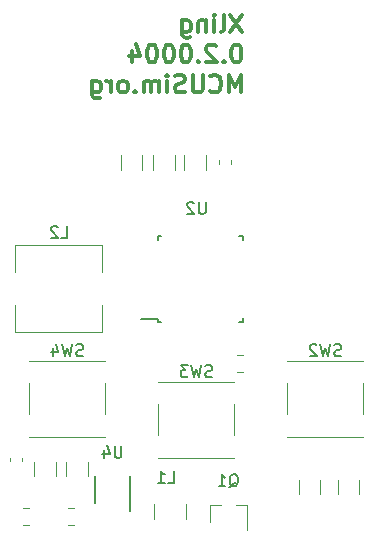
<source format=gbo>
G04 #@! TF.GenerationSoftware,KiCad,Pcbnew,5.0.1*
G04 #@! TF.CreationDate,2018-11-04T22:36:33+01:00*
G04 #@! TF.ProjectId,xling,786C696E672E6B696361645F70636200,0.2.0004*
G04 #@! TF.SameCoordinates,Original*
G04 #@! TF.FileFunction,Legend,Bot*
G04 #@! TF.FilePolarity,Positive*
%FSLAX46Y46*%
G04 Gerber Fmt 4.6, Leading zero omitted, Abs format (unit mm)*
G04 Created by KiCad (PCBNEW 5.0.1) date Sun Nov  4 22:36:33 2018*
%MOMM*%
%LPD*%
G01*
G04 APERTURE LIST*
%ADD10C,0.300000*%
%ADD11C,0.120000*%
%ADD12C,0.150000*%
G04 APERTURE END LIST*
D10*
X143590714Y-79228571D02*
X142590714Y-80728571D01*
X142590714Y-79228571D02*
X143590714Y-80728571D01*
X141805000Y-80728571D02*
X141947857Y-80657142D01*
X142019285Y-80514285D01*
X142019285Y-79228571D01*
X141233571Y-80728571D02*
X141233571Y-79728571D01*
X141233571Y-79228571D02*
X141305000Y-79300000D01*
X141233571Y-79371428D01*
X141162142Y-79300000D01*
X141233571Y-79228571D01*
X141233571Y-79371428D01*
X140519285Y-79728571D02*
X140519285Y-80728571D01*
X140519285Y-79871428D02*
X140447857Y-79800000D01*
X140305000Y-79728571D01*
X140090714Y-79728571D01*
X139947857Y-79800000D01*
X139876428Y-79942857D01*
X139876428Y-80728571D01*
X138519285Y-79728571D02*
X138519285Y-80942857D01*
X138590714Y-81085714D01*
X138662142Y-81157142D01*
X138805000Y-81228571D01*
X139019285Y-81228571D01*
X139162142Y-81157142D01*
X138519285Y-80657142D02*
X138662142Y-80728571D01*
X138947857Y-80728571D01*
X139090714Y-80657142D01*
X139162142Y-80585714D01*
X139233571Y-80442857D01*
X139233571Y-80014285D01*
X139162142Y-79871428D01*
X139090714Y-79800000D01*
X138947857Y-79728571D01*
X138662142Y-79728571D01*
X138519285Y-79800000D01*
X143162142Y-81778571D02*
X143019285Y-81778571D01*
X142876428Y-81850000D01*
X142805000Y-81921428D01*
X142733571Y-82064285D01*
X142662142Y-82350000D01*
X142662142Y-82707142D01*
X142733571Y-82992857D01*
X142805000Y-83135714D01*
X142876428Y-83207142D01*
X143019285Y-83278571D01*
X143162142Y-83278571D01*
X143305000Y-83207142D01*
X143376428Y-83135714D01*
X143447857Y-82992857D01*
X143519285Y-82707142D01*
X143519285Y-82350000D01*
X143447857Y-82064285D01*
X143376428Y-81921428D01*
X143305000Y-81850000D01*
X143162142Y-81778571D01*
X142019285Y-83135714D02*
X141947857Y-83207142D01*
X142019285Y-83278571D01*
X142090714Y-83207142D01*
X142019285Y-83135714D01*
X142019285Y-83278571D01*
X141376428Y-81921428D02*
X141305000Y-81850000D01*
X141162142Y-81778571D01*
X140805000Y-81778571D01*
X140662142Y-81850000D01*
X140590714Y-81921428D01*
X140519285Y-82064285D01*
X140519285Y-82207142D01*
X140590714Y-82421428D01*
X141447857Y-83278571D01*
X140519285Y-83278571D01*
X139876428Y-83135714D02*
X139805000Y-83207142D01*
X139876428Y-83278571D01*
X139947857Y-83207142D01*
X139876428Y-83135714D01*
X139876428Y-83278571D01*
X138876428Y-81778571D02*
X138733571Y-81778571D01*
X138590714Y-81850000D01*
X138519285Y-81921428D01*
X138447857Y-82064285D01*
X138376428Y-82350000D01*
X138376428Y-82707142D01*
X138447857Y-82992857D01*
X138519285Y-83135714D01*
X138590714Y-83207142D01*
X138733571Y-83278571D01*
X138876428Y-83278571D01*
X139019285Y-83207142D01*
X139090714Y-83135714D01*
X139162142Y-82992857D01*
X139233571Y-82707142D01*
X139233571Y-82350000D01*
X139162142Y-82064285D01*
X139090714Y-81921428D01*
X139019285Y-81850000D01*
X138876428Y-81778571D01*
X137447857Y-81778571D02*
X137305000Y-81778571D01*
X137162142Y-81850000D01*
X137090714Y-81921428D01*
X137019285Y-82064285D01*
X136947857Y-82350000D01*
X136947857Y-82707142D01*
X137019285Y-82992857D01*
X137090714Y-83135714D01*
X137162142Y-83207142D01*
X137305000Y-83278571D01*
X137447857Y-83278571D01*
X137590714Y-83207142D01*
X137662142Y-83135714D01*
X137733571Y-82992857D01*
X137805000Y-82707142D01*
X137805000Y-82350000D01*
X137733571Y-82064285D01*
X137662142Y-81921428D01*
X137590714Y-81850000D01*
X137447857Y-81778571D01*
X136019285Y-81778571D02*
X135876428Y-81778571D01*
X135733571Y-81850000D01*
X135662142Y-81921428D01*
X135590714Y-82064285D01*
X135519285Y-82350000D01*
X135519285Y-82707142D01*
X135590714Y-82992857D01*
X135662142Y-83135714D01*
X135733571Y-83207142D01*
X135876428Y-83278571D01*
X136019285Y-83278571D01*
X136162142Y-83207142D01*
X136233571Y-83135714D01*
X136305000Y-82992857D01*
X136376428Y-82707142D01*
X136376428Y-82350000D01*
X136305000Y-82064285D01*
X136233571Y-81921428D01*
X136162142Y-81850000D01*
X136019285Y-81778571D01*
X134233571Y-82278571D02*
X134233571Y-83278571D01*
X134590714Y-81707142D02*
X134947857Y-82778571D01*
X134019285Y-82778571D01*
X143447857Y-85828571D02*
X143447857Y-84328571D01*
X142947857Y-85400000D01*
X142447857Y-84328571D01*
X142447857Y-85828571D01*
X140876428Y-85685714D02*
X140947857Y-85757142D01*
X141162142Y-85828571D01*
X141305000Y-85828571D01*
X141519285Y-85757142D01*
X141662142Y-85614285D01*
X141733571Y-85471428D01*
X141805000Y-85185714D01*
X141805000Y-84971428D01*
X141733571Y-84685714D01*
X141662142Y-84542857D01*
X141519285Y-84400000D01*
X141305000Y-84328571D01*
X141162142Y-84328571D01*
X140947857Y-84400000D01*
X140876428Y-84471428D01*
X140233571Y-84328571D02*
X140233571Y-85542857D01*
X140162142Y-85685714D01*
X140090714Y-85757142D01*
X139947857Y-85828571D01*
X139662142Y-85828571D01*
X139519285Y-85757142D01*
X139447857Y-85685714D01*
X139376428Y-85542857D01*
X139376428Y-84328571D01*
X138733571Y-85757142D02*
X138519285Y-85828571D01*
X138162142Y-85828571D01*
X138019285Y-85757142D01*
X137947857Y-85685714D01*
X137876428Y-85542857D01*
X137876428Y-85400000D01*
X137947857Y-85257142D01*
X138019285Y-85185714D01*
X138162142Y-85114285D01*
X138447857Y-85042857D01*
X138590714Y-84971428D01*
X138662142Y-84900000D01*
X138733571Y-84757142D01*
X138733571Y-84614285D01*
X138662142Y-84471428D01*
X138590714Y-84400000D01*
X138447857Y-84328571D01*
X138090714Y-84328571D01*
X137876428Y-84400000D01*
X137233571Y-85828571D02*
X137233571Y-84828571D01*
X137233571Y-84328571D02*
X137305000Y-84400000D01*
X137233571Y-84471428D01*
X137162142Y-84400000D01*
X137233571Y-84328571D01*
X137233571Y-84471428D01*
X136519285Y-85828571D02*
X136519285Y-84828571D01*
X136519285Y-84971428D02*
X136447857Y-84900000D01*
X136305000Y-84828571D01*
X136090714Y-84828571D01*
X135947857Y-84900000D01*
X135876428Y-85042857D01*
X135876428Y-85828571D01*
X135876428Y-85042857D02*
X135805000Y-84900000D01*
X135662142Y-84828571D01*
X135447857Y-84828571D01*
X135305000Y-84900000D01*
X135233571Y-85042857D01*
X135233571Y-85828571D01*
X134519285Y-85685714D02*
X134447857Y-85757142D01*
X134519285Y-85828571D01*
X134590714Y-85757142D01*
X134519285Y-85685714D01*
X134519285Y-85828571D01*
X133590714Y-85828571D02*
X133733571Y-85757142D01*
X133805000Y-85685714D01*
X133876428Y-85542857D01*
X133876428Y-85114285D01*
X133805000Y-84971428D01*
X133733571Y-84900000D01*
X133590714Y-84828571D01*
X133376428Y-84828571D01*
X133233571Y-84900000D01*
X133162142Y-84971428D01*
X133090714Y-85114285D01*
X133090714Y-85542857D01*
X133162142Y-85685714D01*
X133233571Y-85757142D01*
X133376428Y-85828571D01*
X133590714Y-85828571D01*
X132447857Y-85828571D02*
X132447857Y-84828571D01*
X132447857Y-85114285D02*
X132376428Y-84971428D01*
X132305000Y-84900000D01*
X132162142Y-84828571D01*
X132019285Y-84828571D01*
X130876428Y-84828571D02*
X130876428Y-86042857D01*
X130947857Y-86185714D01*
X131019285Y-86257142D01*
X131162142Y-86328571D01*
X131376428Y-86328571D01*
X131519285Y-86257142D01*
X130876428Y-85757142D02*
X131019285Y-85828571D01*
X131305000Y-85828571D01*
X131447857Y-85757142D01*
X131519285Y-85685714D01*
X131590714Y-85542857D01*
X131590714Y-85114285D01*
X131519285Y-84971428D01*
X131447857Y-84900000D01*
X131305000Y-84828571D01*
X131019285Y-84828571D01*
X130876428Y-84900000D01*
D11*
G04 #@! TO.C,SW4*
X132008000Y-114990000D02*
X132008000Y-114960000D01*
X132008000Y-108530000D02*
X132008000Y-108560000D01*
X125548000Y-108530000D02*
X125548000Y-108560000D01*
X125548000Y-114960000D02*
X125548000Y-114990000D01*
X132008000Y-113060000D02*
X132008000Y-110460000D01*
X125548000Y-114990000D02*
X132008000Y-114990000D01*
X125548000Y-113060000D02*
X125548000Y-110460000D01*
X125548000Y-108530000D02*
X132008000Y-108530000D01*
G04 #@! TO.C,SW3*
X142930000Y-116768000D02*
X142930000Y-116738000D01*
X142930000Y-110308000D02*
X142930000Y-110338000D01*
X136470000Y-110308000D02*
X136470000Y-110338000D01*
X136470000Y-116738000D02*
X136470000Y-116768000D01*
X142930000Y-114838000D02*
X142930000Y-112238000D01*
X136470000Y-116768000D02*
X142930000Y-116768000D01*
X136470000Y-114838000D02*
X136470000Y-112238000D01*
X136470000Y-110308000D02*
X142930000Y-110308000D01*
G04 #@! TO.C,SW2*
X153852000Y-114990000D02*
X153852000Y-114960000D01*
X153852000Y-108530000D02*
X153852000Y-108560000D01*
X147392000Y-108530000D02*
X147392000Y-108560000D01*
X147392000Y-114960000D02*
X147392000Y-114990000D01*
X153852000Y-113060000D02*
X153852000Y-110460000D01*
X147392000Y-114990000D02*
X153852000Y-114990000D01*
X147392000Y-113060000D02*
X147392000Y-110460000D01*
X147392000Y-108530000D02*
X153852000Y-108530000D01*
G04 #@! TO.C,L2*
X124350000Y-103850000D02*
X124350000Y-106150000D01*
X124350000Y-106150000D02*
X131750000Y-106150000D01*
X131750000Y-106150000D02*
X131750000Y-103850000D01*
X131750000Y-101050000D02*
X131750000Y-98750000D01*
X131750000Y-98750000D02*
X124350000Y-98750000D01*
X124350000Y-98750000D02*
X124350000Y-101050000D01*
G04 #@! TO.C,C1*
X129358578Y-122410000D02*
X128841422Y-122410000D01*
X129358578Y-120990000D02*
X128841422Y-120990000D01*
G04 #@! TO.C,C2*
X135110000Y-92352064D02*
X135110000Y-91147936D01*
X133290000Y-92352064D02*
X133290000Y-91147936D01*
G04 #@! TO.C,C5*
X130510000Y-117097936D02*
X130510000Y-118302064D01*
X128690000Y-117097936D02*
X128690000Y-118302064D01*
G04 #@! TO.C,C6*
X150210000Y-119802064D02*
X150210000Y-118597936D01*
X148390000Y-119802064D02*
X148390000Y-118597936D01*
G04 #@! TO.C,C11*
X142610000Y-91587221D02*
X142610000Y-91912779D01*
X141590000Y-91587221D02*
X141590000Y-91912779D01*
G04 #@! TO.C,L1*
X138860000Y-120697936D02*
X138860000Y-121902064D01*
X136140000Y-120697936D02*
X136140000Y-121902064D01*
G04 #@! TO.C,Q1*
X140820000Y-120740000D02*
X140820000Y-122200000D01*
X143980000Y-120740000D02*
X143980000Y-122900000D01*
X143980000Y-120740000D02*
X143050000Y-120740000D01*
X140820000Y-120740000D02*
X141750000Y-120740000D01*
G04 #@! TO.C,R1*
X136048000Y-92352064D02*
X136048000Y-91147936D01*
X137868000Y-92352064D02*
X137868000Y-91147936D01*
G04 #@! TO.C,R2*
X138690000Y-92352064D02*
X138690000Y-91147936D01*
X140510000Y-92352064D02*
X140510000Y-91147936D01*
G04 #@! TO.C,R4*
X151690000Y-119802064D02*
X151690000Y-118597936D01*
X153510000Y-119802064D02*
X153510000Y-118597936D01*
G04 #@! TO.C,R6*
X125990000Y-117097936D02*
X125990000Y-118302064D01*
X127810000Y-117097936D02*
X127810000Y-118302064D01*
G04 #@! TO.C,R7*
X123890000Y-117062779D02*
X123890000Y-116737221D01*
X124910000Y-117062779D02*
X124910000Y-116737221D01*
G04 #@! TO.C,R11*
X143141422Y-108090000D02*
X143658578Y-108090000D01*
X143141422Y-109510000D02*
X143658578Y-109510000D01*
G04 #@! TO.C,R20*
X125558578Y-122410000D02*
X125041422Y-122410000D01*
X125558578Y-120990000D02*
X125041422Y-120990000D01*
D12*
G04 #@! TO.C,U2*
X136425000Y-105000000D02*
X135000000Y-105000000D01*
X143675000Y-105225000D02*
X143350000Y-105225000D01*
X143675000Y-97975000D02*
X143350000Y-97975000D01*
X136425000Y-97975000D02*
X136750000Y-97975000D01*
X136425000Y-105225000D02*
X136750000Y-105225000D01*
X136425000Y-97975000D02*
X136425000Y-98300000D01*
X143675000Y-97975000D02*
X143675000Y-98300000D01*
X143675000Y-105225000D02*
X143675000Y-104900000D01*
X136425000Y-105225000D02*
X136425000Y-105000000D01*
G04 #@! TO.C,U4*
X131088000Y-118280000D02*
X131088000Y-120580000D01*
X134088000Y-121280000D02*
X134088000Y-118280000D01*
G04 #@! TO.C,SW4*
X130111333Y-108100761D02*
X129968476Y-108148380D01*
X129730380Y-108148380D01*
X129635142Y-108100761D01*
X129587523Y-108053142D01*
X129539904Y-107957904D01*
X129539904Y-107862666D01*
X129587523Y-107767428D01*
X129635142Y-107719809D01*
X129730380Y-107672190D01*
X129920857Y-107624571D01*
X130016095Y-107576952D01*
X130063714Y-107529333D01*
X130111333Y-107434095D01*
X130111333Y-107338857D01*
X130063714Y-107243619D01*
X130016095Y-107196000D01*
X129920857Y-107148380D01*
X129682761Y-107148380D01*
X129539904Y-107196000D01*
X129206571Y-107148380D02*
X128968476Y-108148380D01*
X128778000Y-107434095D01*
X128587523Y-108148380D01*
X128349428Y-107148380D01*
X127539904Y-107481714D02*
X127539904Y-108148380D01*
X127778000Y-107100761D02*
X128016095Y-107815047D01*
X127397047Y-107815047D01*
G04 #@! TO.C,SW3*
X141033333Y-109878761D02*
X140890476Y-109926380D01*
X140652380Y-109926380D01*
X140557142Y-109878761D01*
X140509523Y-109831142D01*
X140461904Y-109735904D01*
X140461904Y-109640666D01*
X140509523Y-109545428D01*
X140557142Y-109497809D01*
X140652380Y-109450190D01*
X140842857Y-109402571D01*
X140938095Y-109354952D01*
X140985714Y-109307333D01*
X141033333Y-109212095D01*
X141033333Y-109116857D01*
X140985714Y-109021619D01*
X140938095Y-108974000D01*
X140842857Y-108926380D01*
X140604761Y-108926380D01*
X140461904Y-108974000D01*
X140128571Y-108926380D02*
X139890476Y-109926380D01*
X139700000Y-109212095D01*
X139509523Y-109926380D01*
X139271428Y-108926380D01*
X138985714Y-108926380D02*
X138366666Y-108926380D01*
X138700000Y-109307333D01*
X138557142Y-109307333D01*
X138461904Y-109354952D01*
X138414285Y-109402571D01*
X138366666Y-109497809D01*
X138366666Y-109735904D01*
X138414285Y-109831142D01*
X138461904Y-109878761D01*
X138557142Y-109926380D01*
X138842857Y-109926380D01*
X138938095Y-109878761D01*
X138985714Y-109831142D01*
G04 #@! TO.C,SW2*
X151955333Y-108100761D02*
X151812476Y-108148380D01*
X151574380Y-108148380D01*
X151479142Y-108100761D01*
X151431523Y-108053142D01*
X151383904Y-107957904D01*
X151383904Y-107862666D01*
X151431523Y-107767428D01*
X151479142Y-107719809D01*
X151574380Y-107672190D01*
X151764857Y-107624571D01*
X151860095Y-107576952D01*
X151907714Y-107529333D01*
X151955333Y-107434095D01*
X151955333Y-107338857D01*
X151907714Y-107243619D01*
X151860095Y-107196000D01*
X151764857Y-107148380D01*
X151526761Y-107148380D01*
X151383904Y-107196000D01*
X151050571Y-107148380D02*
X150812476Y-108148380D01*
X150622000Y-107434095D01*
X150431523Y-108148380D01*
X150193428Y-107148380D01*
X149860095Y-107243619D02*
X149812476Y-107196000D01*
X149717238Y-107148380D01*
X149479142Y-107148380D01*
X149383904Y-107196000D01*
X149336285Y-107243619D01*
X149288666Y-107338857D01*
X149288666Y-107434095D01*
X149336285Y-107576952D01*
X149907714Y-108148380D01*
X149288666Y-108148380D01*
G04 #@! TO.C,L2*
X128266666Y-98152380D02*
X128742857Y-98152380D01*
X128742857Y-97152380D01*
X127980952Y-97247619D02*
X127933333Y-97200000D01*
X127838095Y-97152380D01*
X127600000Y-97152380D01*
X127504761Y-97200000D01*
X127457142Y-97247619D01*
X127409523Y-97342857D01*
X127409523Y-97438095D01*
X127457142Y-97580952D01*
X128028571Y-98152380D01*
X127409523Y-98152380D01*
G04 #@! TO.C,L1*
X137296666Y-118862380D02*
X137772857Y-118862380D01*
X137772857Y-117862380D01*
X136439523Y-118862380D02*
X137010952Y-118862380D01*
X136725238Y-118862380D02*
X136725238Y-117862380D01*
X136820476Y-118005238D01*
X136915714Y-118100476D01*
X137010952Y-118148095D01*
G04 #@! TO.C,Q1*
X142495238Y-119253619D02*
X142590476Y-119206000D01*
X142685714Y-119110761D01*
X142828571Y-118967904D01*
X142923809Y-118920285D01*
X143019047Y-118920285D01*
X142971428Y-119158380D02*
X143066666Y-119110761D01*
X143161904Y-119015523D01*
X143209523Y-118825047D01*
X143209523Y-118491714D01*
X143161904Y-118301238D01*
X143066666Y-118206000D01*
X142971428Y-118158380D01*
X142780952Y-118158380D01*
X142685714Y-118206000D01*
X142590476Y-118301238D01*
X142542857Y-118491714D01*
X142542857Y-118825047D01*
X142590476Y-119015523D01*
X142685714Y-119110761D01*
X142780952Y-119158380D01*
X142971428Y-119158380D01*
X141590476Y-119158380D02*
X142161904Y-119158380D01*
X141876190Y-119158380D02*
X141876190Y-118158380D01*
X141971428Y-118301238D01*
X142066666Y-118396476D01*
X142161904Y-118444095D01*
G04 #@! TO.C,U2*
X140481904Y-95102380D02*
X140481904Y-95911904D01*
X140434285Y-96007142D01*
X140386666Y-96054761D01*
X140291428Y-96102380D01*
X140100952Y-96102380D01*
X140005714Y-96054761D01*
X139958095Y-96007142D01*
X139910476Y-95911904D01*
X139910476Y-95102380D01*
X139481904Y-95197619D02*
X139434285Y-95150000D01*
X139339047Y-95102380D01*
X139100952Y-95102380D01*
X139005714Y-95150000D01*
X138958095Y-95197619D01*
X138910476Y-95292857D01*
X138910476Y-95388095D01*
X138958095Y-95530952D01*
X139529523Y-96102380D01*
X138910476Y-96102380D01*
G04 #@! TO.C,U4*
X133349904Y-115752380D02*
X133349904Y-116561904D01*
X133302285Y-116657142D01*
X133254666Y-116704761D01*
X133159428Y-116752380D01*
X132968952Y-116752380D01*
X132873714Y-116704761D01*
X132826095Y-116657142D01*
X132778476Y-116561904D01*
X132778476Y-115752380D01*
X131873714Y-116085714D02*
X131873714Y-116752380D01*
X132111809Y-115704761D02*
X132349904Y-116419047D01*
X131730857Y-116419047D01*
G04 #@! TD*
M02*

</source>
